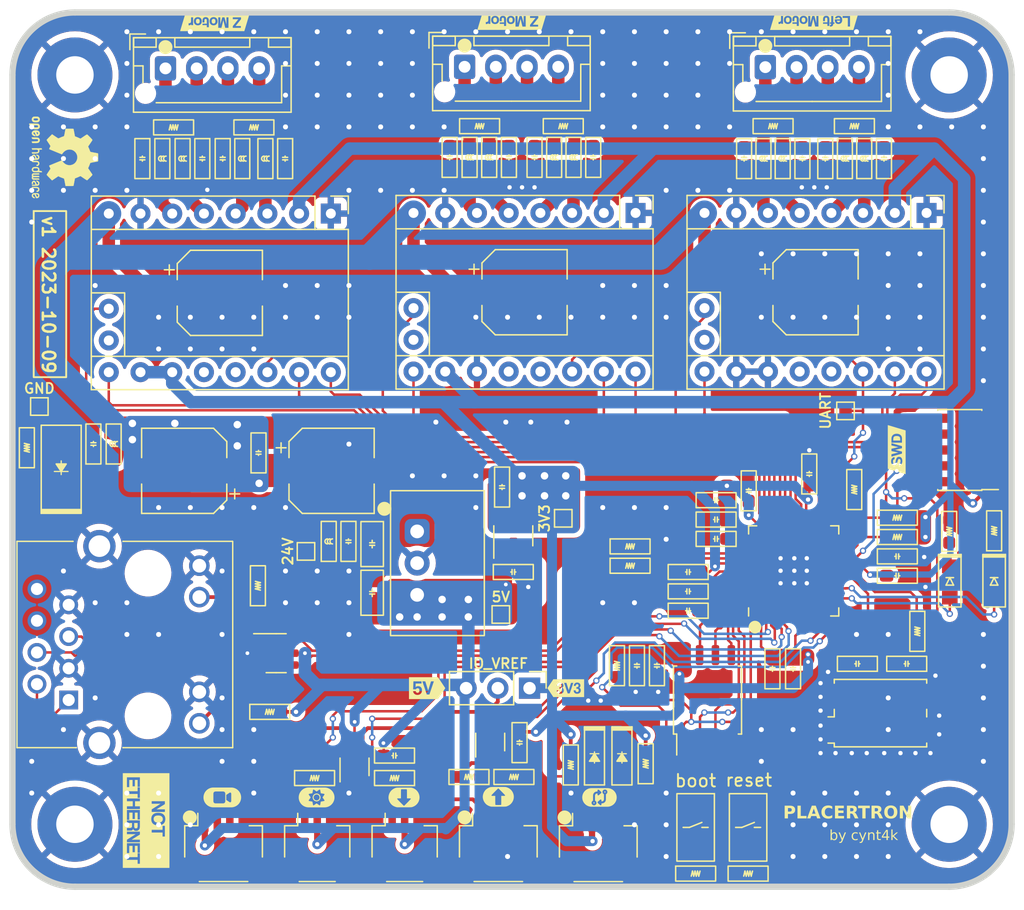
<source format=kicad_pcb>
(kicad_pcb (version 20221018) (generator pcbnew)

  (general
    (thickness 1.6)
  )

  (paper "A4")
  (title_block
    (date "2023-10-09")
    (rev "v1")
  )

  (layers
    (0 "F.Cu" signal)
    (31 "B.Cu" signal)
    (32 "B.Adhes" user "B.Adhesive")
    (33 "F.Adhes" user "F.Adhesive")
    (34 "B.Paste" user)
    (35 "F.Paste" user)
    (36 "B.SilkS" user "B.Silkscreen")
    (37 "F.SilkS" user "F.Silkscreen")
    (38 "B.Mask" user)
    (39 "F.Mask" user)
    (40 "Dwgs.User" user "User.Drawings")
    (41 "Cmts.User" user "User.Comments")
    (42 "Eco1.User" user "User.Eco1")
    (43 "Eco2.User" user "User.Eco2")
    (44 "Edge.Cuts" user)
    (45 "Margin" user)
    (46 "B.CrtYd" user "B.Courtyard")
    (47 "F.CrtYd" user "F.Courtyard")
    (48 "B.Fab" user)
    (49 "F.Fab" user)
    (50 "User.1" user)
    (51 "User.2" user)
    (52 "User.3" user)
    (53 "User.4" user)
    (54 "User.5" user)
    (55 "User.6" user)
    (56 "User.7" user)
    (57 "User.8" user)
    (58 "User.9" user)
  )

  (setup
    (stackup
      (layer "F.SilkS" (type "Top Silk Screen"))
      (layer "F.Paste" (type "Top Solder Paste"))
      (layer "F.Mask" (type "Top Solder Mask") (thickness 0.01))
      (layer "F.Cu" (type "copper") (thickness 0.035))
      (layer "dielectric 1" (type "core") (thickness 1.51) (material "FR4") (epsilon_r 4.5) (loss_tangent 0.02))
      (layer "B.Cu" (type "copper") (thickness 0.035))
      (layer "B.Mask" (type "Bottom Solder Mask") (thickness 0.01))
      (layer "B.Paste" (type "Bottom Solder Paste"))
      (layer "B.SilkS" (type "Bottom Silk Screen"))
      (copper_finish "None")
      (dielectric_constraints no)
    )
    (pad_to_mask_clearance 0)
    (grid_origin 143 133)
    (pcbplotparams
      (layerselection 0x00010fc_ffffffff)
      (plot_on_all_layers_selection 0x0000000_00000000)
      (disableapertmacros false)
      (usegerberextensions false)
      (usegerberattributes true)
      (usegerberadvancedattributes true)
      (creategerberjobfile true)
      (dashed_line_dash_ratio 12.000000)
      (dashed_line_gap_ratio 3.000000)
      (svgprecision 4)
      (plotframeref false)
      (viasonmask false)
      (mode 1)
      (useauxorigin false)
      (hpglpennumber 1)
      (hpglpenspeed 20)
      (hpglpendiameter 15.000000)
      (dxfpolygonmode true)
      (dxfimperialunits true)
      (dxfusepcbnewfont true)
      (psnegative false)
      (psa4output false)
      (plotreference true)
      (plotvalue true)
      (plotinvisibletext false)
      (sketchpadsonfab false)
      (subtractmaskfromsilk false)
      (outputformat 1)
      (mirror false)
      (drillshape 0)
      (scaleselection 1)
      (outputdirectory "/tmp/droid/placertron/")
    )
  )

  (net 0 "")
  (net 1 "+5V")
  (net 2 "GND")
  (net 3 "+3V3")
  (net 4 "VDC")
  (net 5 "+24V")
  (net 6 "/Power/VIN_FILTERED")
  (net 7 "+1V1")
  (net 8 "/Brain/XIN")
  (net 9 "Net-(C314-Pad1)")
  (net 10 "Net-(J501-Pin_1)")
  (net 11 "Net-(J501-Pin_3)")
  (net 12 "Net-(J501-Pin_4)")
  (net 13 "Net-(J501-Pin_2)")
  (net 14 "Net-(J601-Pin_1)")
  (net 15 "Net-(J601-Pin_3)")
  (net 16 "Net-(J601-Pin_4)")
  (net 17 "Net-(J601-Pin_2)")
  (net 18 "Net-(J701-Pin_1)")
  (net 19 "Net-(J701-Pin_3)")
  (net 20 "Net-(J701-Pin_4)")
  (net 21 "Net-(J701-Pin_2)")
  (net 22 "Net-(D301-K)")
  (net 23 "/Brain/ACT_LED")
  (net 24 "Net-(D302-K)")
  (net 25 "/Brain/AUX_LED")
  (net 26 "/Brain/QWIIC_SDA")
  (net 27 "/Brain/QWIIC_SCL")
  (net 28 "Net-(U501-OA2)")
  (net 29 "Net-(U501-OA1)")
  (net 30 "Net-(U501-OB2)")
  (net 31 "Net-(U501-OB1)")
  (net 32 "Net-(U601-OA2)")
  (net 33 "Net-(U601-OA1)")
  (net 34 "Net-(U601-OB2)")
  (net 35 "Net-(U601-OB1)")
  (net 36 "Net-(U701-OA2)")
  (net 37 "Net-(U701-OA1)")
  (net 38 "Net-(U701-OB2)")
  (net 39 "Net-(U701-OB1)")
  (net 40 "/Brain/SWD")
  (net 41 "/Brain/SWCLK")
  (net 42 "unconnected-(J301-KEY-Pad7)")
  (net 43 "/Brain/RUN")
  (net 44 "/Connections/CAM_D+")
  (net 45 "/Connections/CAM_D-")
  (net 46 "/Brain/D-")
  (net 47 "Net-(J401-Pad10)")
  (net 48 "Net-(J401-Pad12)")
  (net 49 "Net-(J402-Pin_1)")
  (net 50 "Net-(J403-Pin_1)")
  (net 51 "Net-(J405-Pin_2)")
  (net 52 "Net-(J406-Pin_2)")
  (net 53 "Net-(J406-Pin_3)")
  (net 54 "/Brain/USB_D+")
  (net 55 "/Brain/USB_D-")
  (net 56 "/Brain/UART1_TX")
  (net 57 "/TMC_UART")
  (net 58 "Net-(SW301A-B)")
  (net 59 "/Brain/QSPI_CS")
  (net 60 "Net-(SW302A-B)")
  (net 61 "/Brain/XOUT")
  (net 62 "/Brain/CAM_LED")
  (net 63 "/Brain/AUX_OUT")
  (net 64 "Net-(U403-1A)")
  (net 65 "Net-(U403-2A)")
  (net 66 "unconnected-(U201-NC-Pad4)")
  (net 67 "/Brain/IN_1")
  (net 68 "/Brain/IN_2")
  (net 69 "unconnected-(U301-GPIO4-Pad6)")
  (net 70 "unconnected-(U301-GPIO5-Pad7)")
  (net 71 "unconnected-(U301-GPIO6-Pad8)")
  (net 72 "unconnected-(U301-GPIO7-Pad9)")
  (net 73 "unconnected-(U301-GPIO8-Pad11)")
  (net 74 "unconnected-(U301-GPIO9-Pad12)")
  (net 75 "unconnected-(U301-GPIO12-Pad15)")
  (net 76 "unconnected-(U301-GPIO14-Pad17)")
  (net 77 "/Brain/M0_DIR")
  (net 78 "/Brain/M0_STEP")
  (net 79 "/Brain/M0_DIAG")
  (net 80 "/Brain/M0_EN")
  (net 81 "/Brain/M1_DIR")
  (net 82 "/Brain/M1_STEP")
  (net 83 "/Brain/M1_DIAG")
  (net 84 "/Brain/M1_EN")
  (net 85 "/Brain/M2_DIR")
  (net 86 "/Brain/M2_STEP")
  (net 87 "/Brain/M2_DIAG")
  (net 88 "/Brain/M2_EN")
  (net 89 "/Brain/QSPI_SD3")
  (net 90 "/Brain/QSPI_SCLK")
  (net 91 "/Brain/QSPI_SD0")
  (net 92 "/Brain/QSPI_SD2")
  (net 93 "/Brain/QSPI_SD1")
  (net 94 "unconnected-(U501-PDN_UART-Pad4)")
  (net 95 "unconnected-(U501-SPREAD-Pad5)")
  (net 96 "unconnected-(U501-INDEX-Pad18)")
  (net 97 "unconnected-(U601-PDN_UART-Pad4)")
  (net 98 "unconnected-(U601-SPREAD-Pad5)")
  (net 99 "unconnected-(U601-INDEX-Pad18)")
  (net 100 "unconnected-(U701-PDN_UART-Pad4)")
  (net 101 "unconnected-(U701-SPREAD-Pad5)")
  (net 102 "unconnected-(U701-INDEX-Pad18)")
  (net 103 "/Brain/D+")
  (net 104 "unconnected-(J301-SWO{slash}TDO-Pad6)")
  (net 105 "unconnected-(J301-NC{slash}TDI-Pad8)")

  (footprint "kibuzzard-652190F8" (layer "F.Cu") (at 154.2 68.8 180))

  (footprint "kibuzzard-65225FAE" (layer "F.Cu") (at 154.8 130.85))

  (footprint "Droid:C_0603_HandSolder" (layer "F.Cu") (at 192.1 112.8 180))

  (footprint "Droid:L_0603_HandSolder" (layer "F.Cu") (at 163.3 110.35 90))

  (footprint "Droid:C_0603_HandSolder" (layer "F.Cu") (at 188 120.3 -90))

  (footprint "Droid:C_0603_HandSolder" (layer "F.Cu") (at 173 79.6 -90))

  (footprint "kibuzzard-65229401" (layer "F.Cu") (at 148.7 132.7 -90))

  (footprint "kibuzzard-65219101" (layer "F.Cu") (at 178 68.7 180))

  (footprint "Droid:C_0603_HandSolder" (layer "F.Cu") (at 208.85 111.55))

  (footprint "Droid:L_0603_HandSolder" (layer "F.Cu") (at 156.38 79.7 90))

  (footprint "Droid:C_0603_HandSolder" (layer "F.Cu") (at 205.65 120.15 180))

  (footprint "Droid:R_0603_HandSolder" (layer "F.Cu") (at 210.45 117.55 -90))

  (footprint "Droid:R_0603_HandSolder" (layer "F.Cu") (at 168.5875 129.3 180))

  (footprint "Connector_PinHeader_2.54mm:PinHeader_1x03_P2.54mm_Vertical" (layer "F.Cu") (at 179.4 122.1 -90))

  (footprint "Droid:L_0603_HandSolder" (layer "F.Cu") (at 176.15 79.6 90))

  (footprint "Droid:Converter_DCDC_CUI_VX7805-500" (layer "F.Cu") (at 170.4 112.09 -90))

  (footprint "Droid:C_0603_HandSolder" (layer "F.Cu") (at 194.3375 110.15 180))

  (footprint "Droid:C_0603_HandSolder" (layer "F.Cu") (at 157.7 103.2625 90))

  (footprint "kibuzzard-65225FA5" (layer "F.Cu") (at 162.35 130.85))

  (footprint "Droid:R_0603_HandSolder" (layer "F.Cu") (at 205.41 77.1 180))

  (footprint "Droid:C_0603_HandSolder" (layer "F.Cu") (at 164.9 110.35 -90))

  (footprint "Droid:C_0603_HandSolder" (layer "F.Cu") (at 194.3375 108.6 180))

  (footprint "Droid:R_0603_HandSolder" (layer "F.Cu") (at 139.15 102.85 90))

  (footprint "Connector_PinHeader_1.27mm:PinHeader_2x05_P1.27mm_Vertical_SMD" (layer "F.Cu") (at 213.85 103.03 180))

  (footprint "Droid:Tactile_Switch_4.2mm" (layer "F.Cu") (at 196.9 133.25 -90))

  (footprint "Droid:JST_XH_B4B-XH-AM_1x04_P2.50mm_Vertical" (layer "F.Cu") (at 202.03 72.9))

  (footprint "Droid:R_0603_HandSolder" (layer "F.Cu") (at 174.55 129.2125 180))

  (footprint "Graphics" (layer "F.Cu") (at 176.9 130.8))

  (footprint "Droid:LED_0805_LiteOn" (layer "F.Cu") (at 216.6 113.6 -90))

  (footprint "TestPoint:TestPoint_Pad_1.0x1.0mm" (layer "F.Cu") (at 204.7 99.9))

  (footprint "Droid:R_0603_HandSolder" (layer "F.Cu") (at 213 109.55 90))

  (footprint "Droid:R_0603_HandSolder" (layer "F.Cu") (at 157.33 77.2 180))

  (footprint "Package_SO:SOIC-8_5.23x5.23mm_P1.27mm" (layer "F.Cu") (at 193.65 123.05 90))

  (footprint "Droid:C_0603_HandSolder" (layer "F.Cu") (at 196.58 79.7 -90))

  (footprint "Droid:R_0603_HandSolder" (layer "F.Cu") (at 157.65 113.9 90))

  (footprint "Droid:R_0603_HandSolder" (layer "F.Cu") (at 216.6 109.5 90))

  (footprint "Droid:C_0603_HandSolder" (layer "F.Cu") (at 154.83 79.7 -90))

  (footprint "Droid:C_0603_HandSolder" (layer "F.Cu") (at 189.6 120.3 -90))

  (footprint "Capacitor_SMD:CP_Elec_6.3x7.7" (layer "F.Cu") (at 202.3 90.4))

  (footprint "Connector_JST:JST_SH_SM03B-SRSS-TB_1x03-1MP_P1.00mm_Horizontal" (layer "F.Cu") (at 162.4 134.9))

  (footprint "Droid:R_0603_HandSolder" (layer "F.Cu") (at 182.1 77.1 180))

  (footprint "Droid:JST_SH_SM04B-SRSS" (layer "F.Cu") (at 184.903971 134.935829))

  (footprint "Droid:C_0603_HandSolder" (layer "F.Cu")
    (tstamp 3fc6733b-45df-453c-aad3-72663bd936c7)
    (at 177.2 106 90)
    (property "Rating" "25V")
    (property "Sheetfile" "power.kicad_sch")
    (property "Sheetname" "Power")
    (property "ki_description" "Unpolarized capacitor")
    (property "ki_keywords" "cap capacitor")
    (property "mpn" "0603W105K250XD")
    (path "/0fa7ffe0-cbde-47b4-abe1-b665eb8913ff/815c6ba4-c6ff-4b36-b6a9-212c3a510a2f")
    (attr smd)
    (fp_text reference "C202" (at 0 -1.2 90 unlocked) (layer "F.SilkS") hide
        (effects (font (size 0.7 0.7) (thickness 0.15)))
      (tstamp 75860710-be89-44de-b4af-1a05c0a69b19)
    )
    (fp_text value "1u" (at 0 1.2 90 unlocked) (layer "F.Fab") hide
        (effects (font (size 0.7 0.7) (thickness 0.15)))
      (tstamp 80f69af2-6ee9-4a7c-ab21-79c2152caa03)
    )
    (fp_text user "${REFERENCE}" (at 0 0 90) (layer "F.Fab")
        (effects (font (size 0.4 0.4) (thickness 0.06)))
      (tstamp a2851bf5-2044-4653-829c-3250be5b4482)
    )
    (fp_line (start -0.1 0) (end -0.2 0)
      (stroke (width 0.12) (type solid)) (layer "F.SilkS") (tstamp d9313fa9-a1e1-4148-b9bb-a5b9778ba39b))
    (fp_line (start -0.1 0.2) (end -0.1 -0.2)
      (stroke (width 0.12) (type solid)) (layer "F.SilkS") (tstamp 0902a488-f8b2-48cc-8a33-10fdaf7d6df5))
    (fp_line (start 0.1 -0.2) (end 0.1 0.2)
      (stroke (width 0.12) (type solid)) (layer "F.SilkS") (tstamp fd0ed50f-213c-4542-9a86-164c796e17cd))
    (fp_line (start 0.1 0) (end 0.2 0)
      (stroke (width 0.12) (type solid)) (layer "F.SilkS") (tstamp c7c452d9-239c-4766-b818-3f739eee3a4b))
    (fp_rect (start -1.6 -0.6) (end 1.6 0.6)
      (stroke (width 0.12) (type solid)) (fill none) (layer "F.SilkS") (tstamp bdcb7e19-047c-4029-a078-04ed8d8d1b1b))
    (fp_line (start -1.65 -0.73) (end 1.65 -0.73)
      (stroke (width 0.05) (type solid)) (layer "F.CrtYd") (tstamp 4ff9775b-3b44-47b3-8e89-0882b6c0f8f8))
    (fp_line (start -1.65 0.73) (end -1.65 -0.73)
      (stroke (width 0.05) (type solid)) (layer "F.CrtYd") (tstamp 342b9b0e-2232-4b5a-85b1-abea3cb87ff8))
    (fp_line (start 1.65 -0.73) (end 1.65 0.73)
      (stroke (width 0.05) (type solid)) (layer "F.CrtYd") (tstamp f206549e-08bb-4525-8e6a-d60a27d6633f))
    (fp_line (start 1.65 0.73) (end -1.65 0.73)
      (stroke (width 0.05) (type solid)) (layer "F.CrtYd") (tstamp 25710cb9-43ba-4fda-92e3-d64d1bf6149b))
    (fp_line (start -0.8 -0.4) (end 0.8 -0.4)
      
... [1551317 chars truncated]
</source>
